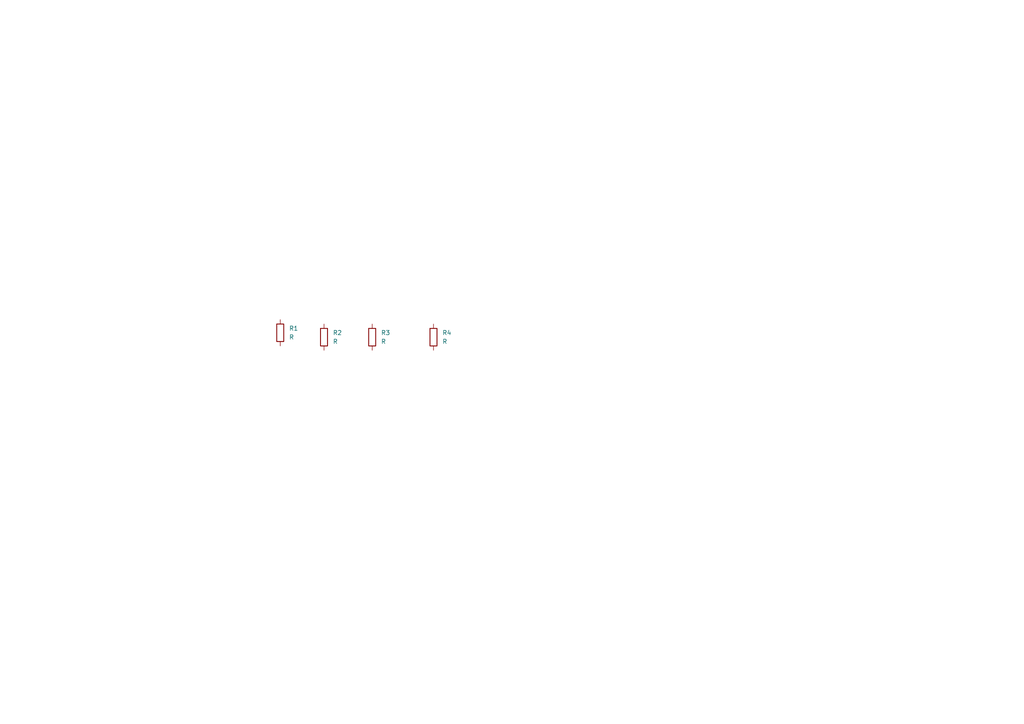
<source format=kicad_sch>
(kicad_sch (version 20250114) (generator "eeschema") (generator_version "9.0")
  (paper "A4")
  (lib_symbols
    (symbol "Device:R" (pin_numbers (hide yes)) (pin_names (offset 0))
      (property "Reference" "R" (at 2.032 0 90))
      (property "Value" "R" (at 0 0 90))
      (symbol "R_0_1"
        (rectangle (start -1.016 -2.54) (end 1.016 2.54) (stroke (width 0.254)))
      )
      (symbol "R_1_1"
        (pin passive line (at 0 3.81 270) (length 1.27) (name "~") (number "1"))
        (pin passive line (at 0 -3.81 90) (length 1.27) (name "~") (number "2"))
      )
    )
  )
  (symbol (lib_id "Device:R") (at 93.98 97.79 0) (unit 1)
    (property "Reference" "R2" (at 96.52 96.5199 0) (effects (justify left)))
    (property "Value" "R" (at 96.52 99.0599 0) (effects (justify left)))
    (property "Description" "Resistor" (effects (hide yes)))
  )
  (symbol (lib_id "Device:R") (at 125.73 97.79 0) (unit 1)
    (property "Reference" "R4" (at 128.27 96.5199 0) (effects (justify left)))
    (property "Value" "R" (at 128.27 99.0599 0) (effects (justify left)))
    (property "Description" "Resistor" (effects (hide yes)))
  )
  (symbol (lib_id "Device:R") (at 107.95 97.79 0) (unit 1)
    (property "Reference" "R3" (at 110.49 96.5199 0) (effects (justify left)))
    (property "Value" "R" (at 110.49 99.0599 0) (effects (justify left)))
    (property "Description" "Resistor" (effects (hide yes)))
  )
  (symbol (lib_id "Device:R") (at 81.28 96.52 0) (unit 1)
    (property "Reference" "R1" (at 83.82 95.2499 0) (effects (justify left)))
    (property "Value" "R" (at 83.82 97.7899 0) (effects (justify left)))
    (property "Description" "Resistor" (effects (hide yes)))
  )
)
</source>
